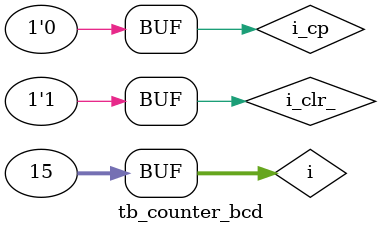
<source format=v>
module tb_counter_bcd;
reg i_cp;
reg i_clr_;
wire [3:0] o_q;
integer i;

initial begin
    i_cp = 1'b0;
    i_clr_ = 1'b0;
    
    #10;
    i_clr_ = 1'b1;

    for (i = 0; i < 4'hf; i = i + 1) begin
        i_cp = 1'b1;
        
        #5;
        i_cp = 1'b0;

        #5;
    end
end

counter_bcd dut(
    .clockpulse(i_cp),
    .clear_(i_clr_),
    .signal_q(o_q)
);

endmodule

</source>
